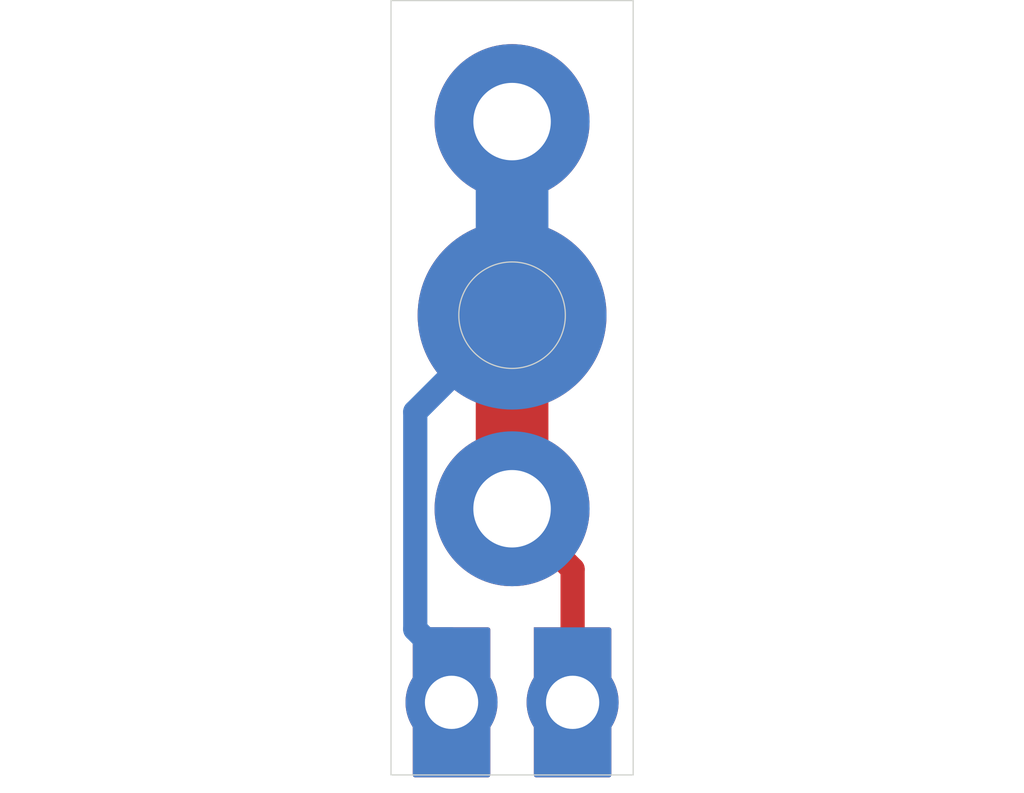
<source format=kicad_pcb>
(kicad_pcb (version 20241229) (generator "pcbnew") (generator_version "9.0")
  (layers (0 "F.Cu" signal) (2 "B.Cu" signal) (13 "F.Paste" user) (15 "B.Paste" user) (5 "F.SilkS" user "F.Silkscreen") (7 "B.SilkS" user "B.Silkscreen") (1 "F.Mask" user) (3 "B.Mask" user) (25 "Edge.Cuts" user))
  (net 0 "")
  (net 1 "unconnected-(H1-Pad1)")
  (net 2 "unconnected-(H2-Pad1)")
  (footprint "MountingHole:MountingHole_3.2mm_M3_Pad_TopBottom" (layer "F.Cu") (at 95 95)
    (property "Reference" "H1" (hide yes))
    (property "Value" "MountingHole_Pad")
    (pad "1" thru_hole circle (at 0 0) (size 3.6 3.6) (drill 3.2) (layers "*.Cu" "*.Mask") (net 1 "unconnected-(H1-Pad1)"))
    (pad "1" connect circle (at 0 0) (size 6.4 6.4) (layers "F.Cu" "F.Mask") (net 1 "unconnected-(H1-Pad1)"))
    (pad "1" connect circle (at 0 0) (size 6.4 6.4) (layers "B.Cu" "B.Mask") (net 1 "unconnected-(H1-Pad1)"))
  )
  (footprint "MountingHole:MountingHole_2.2mm_M2_DIN965_Pad_TopBottom" (layer "F.Cu") (at 97.5 119)
    (property "Reference" "REF**" (hide yes))
    (property "Value" "MountingHole_2.2mm_M2_DIN965_Pad_TopBottom")
    (pad "1" thru_hole circle (at 0 0) (size 2.6 2.6) (drill 2.2) (layers "*.Cu" "*.Mask"))
    (pad "1" connect circle (at 0 0) (size 3.8 3.8) (layers "F.Cu" "F.Mask") (net 2 "unconnected-(H2-Pad1)"))
    (pad "1" connect circle (at 0 0) (size 3.8 3.8) (layers "B.Cu" "B.Mask") (net 2 "unconnected-(H2-Pad1)"))
  )
  (footprint "MountingHole:MountingHole_3.2mm_M3_Pad_TopBottom" (layer "F.Cu") (at 95 111)
    (property "Reference" "H2" (hide yes))
    (property "Value" "MountingHole_Pad")
    (pad "1" thru_hole circle (at 0 0) (size 3.6 3.6) (drill 3.2) (layers "*.Cu" "*.Mask") (net 2 "unconnected-(H2-Pad1)"))
    (pad "1" connect circle (at 0 0) (size 6.4 6.4) (layers "F.Cu" "F.Mask") (net 2 "unconnected-(H2-Pad1)"))
    (pad "1" connect circle (at 0 0) (size 6.4 6.4) (layers "B.Cu" "B.Mask") (net 2 "unconnected-(H2-Pad1)"))
  )
  (footprint "MountingHole:MountingHole_2.2mm_M2_DIN965_Pad_TopBottom" (layer "F.Cu") (at 92.5 119)
    (property "Reference" "REF**" (hide yes))
    (property "Value" "MountingHole_2.2mm_M2_DIN965_Pad_TopBottom")
    (pad "1" thru_hole circle (at 0 0) (size 2.6 2.6) (drill 2.2) (layers "*.Cu" "*.Mask"))
    (pad "1" connect circle (at 0 0) (size 3.8 3.8) (layers "F.Cu" "F.Mask") (net 1 "unconnected-(H1-Pad1)"))
    (pad "1" connect circle (at 0 0) (size 3.8 3.8) (layers "B.Cu" "B.Mask"))
  )
  (gr_circle (center 95 103) (end 98.8 103) (stroke (width 0.2)) (fill yes) (layers "F.Cu" "F.Mask") (net 2))
  (gr_rect (start 91 116) (end 94 122) (stroke (width 0.2)) (fill yes) (layers "F.Cu" "F.Mask") (net 1))
  (gr_rect (start 96 116) (end 99 122) (stroke (width 0.2)) (fill yes) (layers "F.Cu" "F.Mask") (net 2))
  (gr_circle (center 95 103) (end 98.8 103) (stroke (width 0.2)) (fill yes) (layers "B.Cu" "B.Mask") (net 1))
  (gr_rect (start 91 116) (end 94 122) (stroke (width 0.2)) (fill yes) (layers "B.Cu" "B.Mask") (net 1))
  (gr_rect (start 96 116) (end 99 122) (stroke (width 0.2)) (fill yes) (layers "B.Cu" "B.Mask") (net 2))
  (gr_circle (center 95 103) (end 97.2 103) (stroke (width 0.05)) (fill no) (layer "Edge.Cuts"))
  (gr_line (start 90 122) (end 100 122) (stroke (width 0.05)) (layer "Edge.Cuts"))
  (gr_line (start 100 90) (end 90 90) (stroke (width 0.05)) (layer "Edge.Cuts"))
  (gr_line (start 90 90) (end 90 122) (stroke (width 0.05)) (layer "Edge.Cuts"))
  (gr_line (start 100 122) (end 100 90) (stroke (width 0.05)) (layer "Edge.Cuts"))
  (segment (start 95 103) (end 91.001 106.999) (width 1) (layer "B.Cu") (net 1))
  (segment (start 91.001 115.97737) (end 91.42263 116.399) (width 1) (layer "B.Cu") (net 1))
  (segment (start 91.001 106.999) (end 91.001 115.97737) (width 1) (layer "B.Cu") (net 1))
  (segment (start 95 103) (end 95 95) (width 3) (layer "B.Cu") (net 1))
  (segment (start 91.42263 116.399) (end 92.5 116.399) (width 1) (layer "B.Cu") (net 1))
  (segment (start 97.5 113.5) (end 97.5 116.999) (width 1) (layer "F.Cu") (net 2))
  (segment (start 95 111) (end 97.5 113.5) (width 1) (layer "F.Cu") (net 2))
  (segment (start 95 103) (end 95 111) (width 3) (layer "F.Cu") (net 2))
)
</source>
